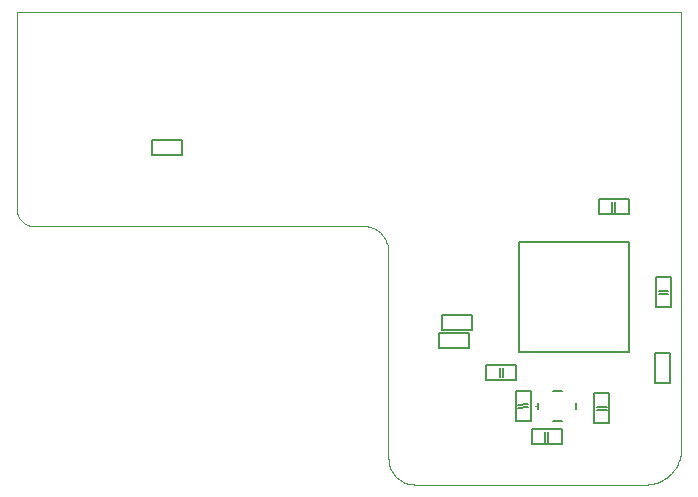
<source format=gbo>
G75*
%MOIN*%
%OFA0B0*%
%FSLAX24Y24*%
%IPPOS*%
%LPD*%
%AMOC8*
5,1,8,0,0,1.08239X$1,22.5*
%
%ADD10C,0.0039*%
%ADD11C,0.0050*%
%ADD12C,0.0079*%
%ADD13C,0.0000*%
D10*
X011639Y008800D02*
X011696Y008798D01*
X011753Y008793D01*
X011810Y008783D01*
X011865Y008770D01*
X011920Y008754D01*
X011974Y008733D01*
X012026Y008710D01*
X012077Y008683D01*
X012125Y008653D01*
X012172Y008619D01*
X012216Y008583D01*
X012258Y008544D01*
X012297Y008502D01*
X012333Y008458D01*
X012367Y008411D01*
X012397Y008363D01*
X012424Y008312D01*
X012447Y008260D01*
X012468Y008206D01*
X012484Y008151D01*
X012497Y008096D01*
X012507Y008039D01*
X012512Y007982D01*
X012514Y007925D01*
X012514Y001050D01*
X012516Y000993D01*
X012521Y000936D01*
X012531Y000879D01*
X012544Y000824D01*
X012560Y000769D01*
X012581Y000715D01*
X012604Y000663D01*
X012631Y000613D01*
X012661Y000564D01*
X012695Y000517D01*
X012731Y000473D01*
X012770Y000431D01*
X012812Y000392D01*
X012856Y000356D01*
X012903Y000322D01*
X012952Y000292D01*
X013002Y000265D01*
X013054Y000242D01*
X013108Y000221D01*
X013163Y000205D01*
X013218Y000192D01*
X013275Y000182D01*
X013332Y000177D01*
X013389Y000175D01*
X021014Y000175D01*
X022264Y001300D02*
X022264Y015925D01*
X000139Y015925D01*
X000139Y009300D01*
X000141Y009256D01*
X000147Y009213D01*
X000156Y009171D01*
X000169Y009129D01*
X000186Y009089D01*
X000206Y009050D01*
X000229Y009013D01*
X000256Y008979D01*
X000285Y008946D01*
X000318Y008917D01*
X000352Y008890D01*
X000389Y008867D01*
X000428Y008847D01*
X000468Y008830D01*
X000510Y008817D01*
X000552Y008808D01*
X000595Y008802D01*
X000639Y008800D01*
X011639Y008800D01*
X021015Y000176D02*
X021081Y000174D01*
X021148Y000176D01*
X021214Y000182D01*
X021280Y000192D01*
X021346Y000205D01*
X021410Y000222D01*
X021474Y000242D01*
X021536Y000266D01*
X021597Y000294D01*
X021656Y000324D01*
X021713Y000358D01*
X021768Y000396D01*
X021822Y000436D01*
X021872Y000479D01*
X021921Y000525D01*
X021966Y000574D01*
X022009Y000625D01*
X022049Y000678D01*
X022086Y000734D01*
X022120Y000792D01*
X022150Y000851D01*
X022177Y000912D01*
X022201Y000974D01*
X022221Y001038D01*
X022237Y001103D01*
X022250Y001168D01*
X022259Y001234D01*
X022264Y001301D01*
D11*
X019873Y002217D02*
X019373Y002217D01*
X019373Y003217D01*
X019873Y003217D01*
X019873Y002217D01*
X019783Y002667D02*
X019463Y002667D01*
X019463Y002767D02*
X019783Y002767D01*
X018769Y002702D02*
X018769Y002898D01*
X018297Y003292D02*
X017982Y003292D01*
X017509Y002898D02*
X017509Y002800D01*
X017509Y002702D01*
X017164Y002744D02*
X016844Y002742D01*
X016844Y002842D02*
X017164Y002844D01*
X017251Y003295D02*
X016751Y003292D01*
X016757Y002292D01*
X017257Y002295D01*
X017251Y003295D01*
X016778Y003655D02*
X016778Y004155D01*
X015778Y004155D01*
X015778Y003655D01*
X016778Y003655D01*
X016328Y003745D02*
X016328Y004065D01*
X016228Y004065D02*
X016228Y003745D01*
X015187Y004726D02*
X015187Y005226D01*
X014187Y005226D01*
X014187Y004726D01*
X015187Y004726D01*
X015292Y005330D02*
X015292Y005830D01*
X014292Y005830D01*
X014292Y005330D01*
X015292Y005330D01*
X017982Y002308D02*
X018297Y002308D01*
X018290Y002016D02*
X018290Y001516D01*
X017290Y001516D01*
X017290Y002016D01*
X018290Y002016D01*
X017840Y001926D02*
X017840Y001606D01*
X017740Y001606D02*
X017740Y001926D01*
X021408Y003566D02*
X021908Y003566D01*
X021908Y004566D01*
X021408Y004566D01*
X021408Y003566D01*
X021435Y006077D02*
X021935Y006077D01*
X021935Y007077D01*
X021435Y007077D01*
X021435Y006077D01*
X021525Y006527D02*
X021845Y006527D01*
X021845Y006627D02*
X021525Y006627D01*
X020521Y009181D02*
X019521Y009181D01*
X019521Y009681D01*
X020521Y009681D01*
X020521Y009181D01*
X020071Y009271D02*
X020071Y009591D01*
X019971Y009591D02*
X019971Y009271D01*
X005639Y011175D02*
X005639Y011675D01*
X004639Y011675D01*
X004639Y011175D01*
X005639Y011175D01*
D12*
X016867Y008259D02*
X016867Y004598D01*
X020529Y004598D01*
X020529Y008259D01*
X016867Y008259D01*
D13*
X017411Y002800D02*
X017509Y002800D01*
M02*

</source>
